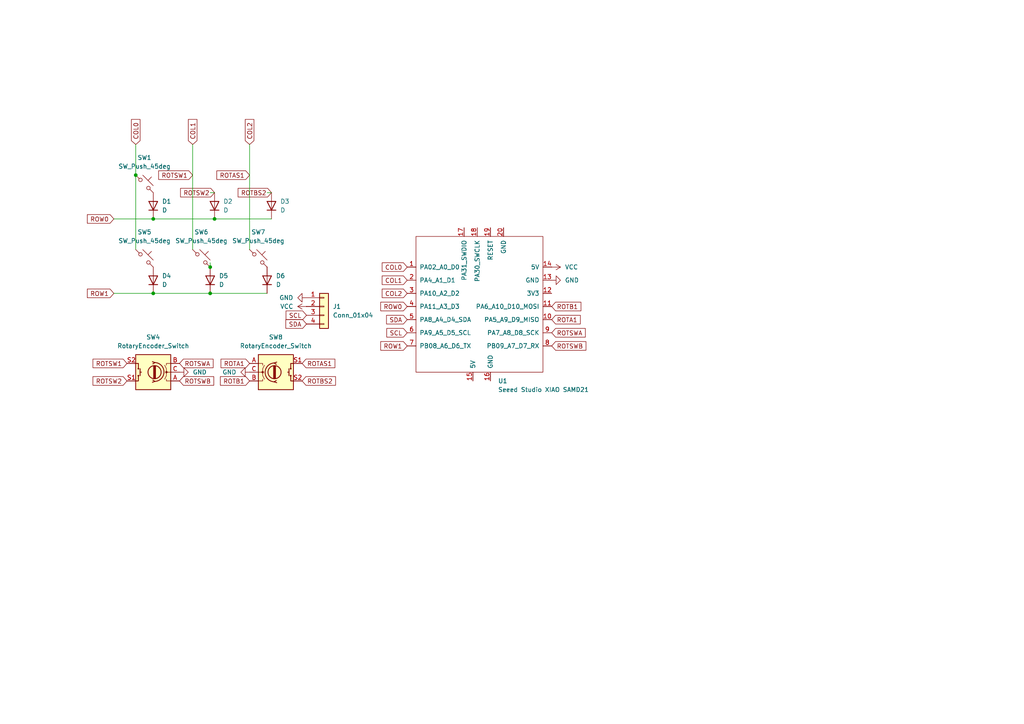
<source format=kicad_sch>
(kicad_sch (version 20231120) (generator "eeschema") (generator_version "8.0")
  (paper "A4")
  (lib_symbols
    (symbol "Connector_Generic:Conn_01x04" (pin_names (offset 1.016) hide)
      (property "Reference" "J" (at 0 5.08 0))
      (property "Value" "Conn_01x04" (at 0 -7.62 0))
      (symbol "Conn_01x04_1_1"
        (rectangle (start -1.27 -4.953) (end 0 -5.207) (stroke (width 0.1524)))
        (rectangle (start -1.27 -2.413) (end 0 -2.667) (stroke (width 0.1524)))
        (rectangle (start -1.27 0.127) (end 0 -0.127) (stroke (width 0.1524)))
        (rectangle (start -1.27 2.667) (end 0 2.413) (stroke (width 0.1524)))
        (rectangle (start -1.27 3.81) (end 1.27 -6.35) (stroke (width 0.254)) (fill (type background)))
        (pin passive line (at -5.08 2.54 0) (length 3.81) (name "Pin_1") (number "1"))
        (pin passive line (at -5.08 0 0) (length 3.81) (name "Pin_2") (number "2"))
        (pin passive line (at -5.08 -2.54 0) (length 3.81) (name "Pin_3") (number "3"))
        (pin passive line (at -5.08 -5.08 0) (length 3.81) (name "Pin_4") (number "4"))
      )
    )
    (symbol "Device:D" (pin_numbers hide) (pin_names (offset 1.016) hide)
      (property "Reference" "D" (at 0 2.54 0))
      (property "Value" "D" (at 0 -2.54 0))
      (symbol "D_0_1"
        (polyline (pts (xy -1.27 1.27) (xy -1.27 -1.27)) (stroke (width 0.254)))
        (polyline (pts (xy 1.27 0) (xy -1.27 0)))
        (polyline (pts (xy 1.27 1.27) (xy 1.27 -1.27) (xy -1.27 0) (xy 1.27 1.27)) (stroke (width 0.254)))
      )
      (symbol "D_1_1"
        (pin passive line (at -3.81 0 0) (length 2.54) (name "K") (number "1"))
        (pin passive line (at 3.81 0 180) (length 2.54) (name "A") (number "2"))
      )
    )
    (symbol "Device:RotaryEncoder_Switch" (pin_names (offset 0.254) hide)
      (property "Reference" "SW" (at 0 6.604 0))
      (property "Value" "RotaryEncoder_Switch" (at 0 -6.604 0))
      (symbol "RotaryEncoder_Switch_0_1"
        (rectangle (start -5.08 5.08) (end 5.08 -5.08) (stroke (width 0.254)) (fill (type background)))
        (circle (center -3.81 0) (radius 0.254) (fill (type outline)))
        (circle (center -0.381 0) (radius 1.905) (stroke (width 0.254)))
        (arc (start -0.381 2.667) (mid -3.0988 -0.0635) (end -0.381 -2.794) (stroke (width 0.254)))
        (polyline (pts (xy -0.635 -1.778) (xy -0.635 1.778)) (stroke (width 0.254)))
        (polyline (pts (xy -0.381 -1.778) (xy -0.381 1.778)) (stroke (width 0.254)))
        (polyline (pts (xy -0.127 1.778) (xy -0.127 -1.778)) (stroke (width 0.254)))
        (polyline (pts (xy 3.81 0) (xy 3.429 0)) (stroke (width 0.254)))
        (polyline (pts (xy 3.81 1.016) (xy 3.81 -1.016)) (stroke (width 0.254)))
        (polyline (pts (xy -5.08 -2.54) (xy -3.81 -2.54) (xy -3.81 -2.032)))
        (polyline (pts (xy -5.08 2.54) (xy -3.81 2.54) (xy -3.81 2.032)))
        (polyline (pts (xy 0.254 -3.048) (xy -0.508 -2.794) (xy 0.127 -2.413)) (stroke (width 0.254)))
        (polyline (pts (xy 0.254 2.921) (xy -0.508 2.667) (xy 0.127 2.286)) (stroke (width 0.254)))
        (polyline (pts (xy 5.08 -2.54) (xy 4.318 -2.54) (xy 4.318 -1.016)) (stroke (width 0.254)))
        (polyline (pts (xy 5.08 2.54) (xy 4.318 2.54) (xy 4.318 1.016)) (stroke (width 0.254)))
        (polyline (pts (xy -5.08 0) (xy -3.81 0) (xy -3.81 -1.016) (xy -3.302 -2.032)))
        (polyline (pts (xy -4.318 0) (xy -3.81 0) (xy -3.81 1.016) (xy -3.302 2.032)))
        (circle (center 4.318 -1.016) (radius 0.127) (stroke (width 0.254)))
        (circle (center 4.318 1.016) (radius 0.127) (stroke (width 0.254)))
      )
      (symbol "RotaryEncoder_Switch_1_1"
        (pin passive line (at -7.62 2.54 0) (length 2.54) (name "A") (number "A"))
        (pin passive line (at -7.62 -2.54 0) (length 2.54) (name "B") (number "B"))
        (pin passive line (at -7.62 0 0) (length 2.54) (name "C") (number "C"))
        (pin passive line (at 7.62 2.54 180) (length 2.54) (name "S1") (number "S1"))
        (pin passive line (at 7.62 -2.54 180) (length 2.54) (name "S2") (number "S2"))
      )
    )
    (symbol "Switch:SW_Push_45deg" (pin_numbers hide) (pin_names (offset 1.016) hide)
      (property "Reference" "SW" (at 3.048 1.016 0))
      (property "Value" "SW_Push_45deg" (at 0 -3.81 0))
      (symbol "SW_Push_45deg_0_1"
        (circle (center -1.1684 1.1684) (radius 0.508))
        (polyline (pts (xy -0.508 2.54) (xy 2.54 -0.508)))
        (polyline (pts (xy 1.016 1.016) (xy 2.032 2.032)))
        (polyline (pts (xy -2.54 2.54) (xy -1.524 1.524) (xy -1.524 1.524)))
        (polyline (pts (xy 1.524 -1.524) (xy 2.54 -2.54) (xy 2.54 -2.54) (xy 2.54 -2.54)))
        (circle (center 1.143 -1.1938) (radius 0.508))
        (pin passive line (at -2.54 2.54 0) (length 0) (name "1") (number "1"))
        (pin passive line (at 2.54 -2.54 180) (length 0) (name "2") (number "2"))
      )
    )
    (symbol "SymLib:Seeed Studio XIAO SAMD21" (pin_names (offset 1.016))
      (property "Reference" "U" (at -19.05 22.86 0))
      (property "Value" "Seeed Studio XIAO SAMD21" (at -12.7 21.59 0))
      (symbol "Seeed Studio XIAO SAMD21_0_1"
        (rectangle (start -19.05 20.32) (end 17.78 -19.05))
      )
      (symbol "Seeed Studio XIAO SAMD21_1_1"
        (pin unspecified line (at -21.59 11.43 0) (length 2.54) (name "PA02_A0_D0") (number "1"))
        (pin unspecified line (at 20.32 -3.81 180) (length 2.54) (name "PA5_A9_D9_MISO") (number "10"))
        (pin unspecified line (at 20.32 0 180) (length 2.54) (name "PA6_A10_D10_MOSI") (number "11"))
        (pin unspecified line (at 20.32 3.81 180) (length 2.54) (name "3V3") (number "12"))
        (pin unspecified line (at 20.32 7.62 180) (length 2.54) (name "GND") (number "13"))
        (pin unspecified line (at 20.32 11.43 180) (length 2.54) (name "5V") (number "14"))
        (pin input line (at -2.54 -21.59 90) (length 2.54) (name "5V") (number "15"))
        (pin input line (at 2.54 -21.59 90) (length 2.54) (name "GND") (number "16"))
        (pin input line (at -5.08 22.86 270) (length 2.54) (name "PA31_SWDIO") (number "17"))
        (pin input line (at -1.27 22.86 270) (length 2.54) (name "PA30_SWCLK") (number "18"))
        (pin input line (at 2.54 22.86 270) (length 2.54) (name "RESET") (number "19"))
        (pin unspecified line (at -21.59 7.62 0) (length 2.54) (name "PA4_A1_D1") (number "2"))
        (pin input line (at 6.35 22.86 270) (length 2.54) (name "GND") (number "20"))
        (pin unspecified line (at -21.59 3.81 0) (length 2.54) (name "PA10_A2_D2") (number "3"))
        (pin unspecified line (at -21.59 0 0) (length 2.54) (name "PA11_A3_D3") (number "4"))
        (pin unspecified line (at -21.59 -3.81 0) (length 2.54) (name "PA8_A4_D4_SDA") (number "5"))
        (pin unspecified line (at -21.59 -7.62 0) (length 2.54) (name "PA9_A5_D5_SCL") (number "6"))
        (pin unspecified line (at -21.59 -11.43 0) (length 2.54) (name "PB08_A6_D6_TX") (number "7"))
        (pin unspecified line (at 20.32 -11.43 180) (length 2.54) (name "PB09_A7_D7_RX") (number "8"))
        (pin unspecified line (at 20.32 -7.62 180) (length 2.54) (name "PA7_A8_D8_SCK") (number "9"))
      )
    )
    (symbol "power:GND" (power) (pin_numbers hide) (pin_names (offset 0) hide)
      (property "Value" "GND" (at 0 -3.81 0))
      (symbol "GND_0_1"
        (polyline (pts (xy 0 0) (xy 0 -1.27) (xy 1.27 -1.27) (xy 0 -2.54) (xy -1.27 -1.27) (xy 0 -1.27)))
      )
      (symbol "GND_1_1"
        (pin power_in line (at 0 0 270) (length 0) (name "~") (number "1"))
      )
    )
    (symbol "power:VCC" (power) (pin_numbers hide) (pin_names (offset 0) hide)
      (property "Value" "VCC" (at 0 3.556 0))
      (symbol "VCC_0_1"
        (polyline (pts (xy -0.762 1.27) (xy 0 2.54)))
        (polyline (pts (xy 0 0) (xy 0 2.54)))
        (polyline (pts (xy 0 2.54) (xy 0.762 1.27)))
      )
      (symbol "VCC_1_1"
        (pin power_in line (at 0 0 90) (length 0) (name "~") (number "1"))
      )
    )
  )
  (junction (at 62.23 63.5))
  (junction (at 60.96 77.47))
  (junction (at 60.96 85.09))
  (junction (at 44.45 63.5))
  (junction (at 44.45 85.09))
  (junction (at 39.37 50.8))
  (wire (pts (xy 60.96 85.09) (xy 77.47 85.09)))
  (wire (pts (xy 72.39 41.91) (xy 72.39 72.39)))
  (wire (pts (xy 44.45 85.09) (xy 60.96 85.09)))
  (wire (pts (xy 62.23 63.5) (xy 78.74 63.5)))
  (wire (pts (xy 55.88 41.91) (xy 55.88 72.39)))
  (wire (pts (xy 39.37 41.91) (xy 39.37 50.8)))
  (wire (pts (xy 60.96 77.47) (xy 60.96 76.2)))
  (wire (pts (xy 78.74 55.88) (xy 77.47 55.88)))
  (wire (pts (xy 39.37 50.8) (xy 39.37 72.39)))
  (wire (pts (xy 44.45 63.5) (xy 62.23 63.5)))
  (wire (pts (xy 33.02 85.09) (xy 44.45 85.09)))
  (wire (pts (xy 33.02 63.5) (xy 44.45 63.5)))
  (wire (pts (xy 62.23 55.88) (xy 60.96 55.88)))
  (global_label "COL2" (shape input) (at 118.11 85.09 180) (property "Intersheetrefs" "${INTERSHEET_REFS}" (effects (hide yes))))
  (global_label "COL0" (shape input) (at 39.37 41.91 90) (property "Intersheetrefs" "${INTERSHEET_REFS}" (effects (hide yes))))
  (global_label "ROW1" (shape input) (at 118.11 100.33 180) (property "Intersheetrefs" "${INTERSHEET_REFS}" (effects (hide yes))))
  (global_label "ROW0" (shape input) (at 118.11 88.9 180) (property "Intersheetrefs" "${INTERSHEET_REFS}" (effects (hide yes))))
  (global_label "ROTSW1" (shape input) (at 36.83 105.41 180) (property "Intersheetrefs" "${INTERSHEET_REFS}" (effects (hide yes))))
  (global_label "ROTSWA" (shape input) (at 52.07 105.41 0) (property "Intersheetrefs" "${INTERSHEET_REFS}" (effects (hide yes))))
  (global_label "SDA" (shape input) (at 88.9 93.98 180) (property "Intersheetrefs" "${INTERSHEET_REFS}" (effects (hide yes))))
  (global_label "COL0" (shape input) (at 118.11 77.47 180) (property "Intersheetrefs" "${INTERSHEET_REFS}" (effects (hide yes))))
  (global_label "ROTA1" (shape input) (at 160.02 92.71 0) (property "Intersheetrefs" "${INTERSHEET_REFS}" (effects (hide yes))))
  (global_label "ROTSW2" (shape input) (at 36.83 110.49 180) (property "Intersheetrefs" "${INTERSHEET_REFS}" (effects (hide yes))))
  (global_label "ROTAS1" (shape input) (at 72.39 50.8 180) (property "Intersheetrefs" "${INTERSHEET_REFS}" (effects (hide yes))))
  (global_label "ROTSW2" (shape input) (at 62.23 55.88 180) (property "Intersheetrefs" "${INTERSHEET_REFS}" (effects (hide yes))))
  (global_label "COL1" (shape input) (at 55.88 41.91 90) (property "Intersheetrefs" "${INTERSHEET_REFS}" (effects (hide yes))))
  (global_label "ROTB1" (shape input) (at 72.39 110.49 180) (property "Intersheetrefs" "${INTERSHEET_REFS}" (effects (hide yes))))
  (global_label "SDA" (shape input) (at 118.11 92.71 180) (property "Intersheetrefs" "${INTERSHEET_REFS}" (effects (hide yes))))
  (global_label "COL2" (shape input) (at 72.39 41.91 90) (property "Intersheetrefs" "${INTERSHEET_REFS}" (effects (hide yes))))
  (global_label "ROTBS2" (shape input) (at 87.63 110.49 0) (property "Intersheetrefs" "${INTERSHEET_REFS}" (effects (hide yes))))
  (global_label "ROTB1" (shape input) (at 160.02 88.9 0) (property "Intersheetrefs" "${INTERSHEET_REFS}" (effects (hide yes))))
  (global_label "SCL" (shape input) (at 118.11 96.52 180) (property "Intersheetrefs" "${INTERSHEET_REFS}" (effects (hide yes))))
  (global_label "ROTA1" (shape input) (at 72.39 105.41 180) (property "Intersheetrefs" "${INTERSHEET_REFS}" (effects (hide yes))))
  (global_label "ROTSWB" (shape input) (at 52.07 110.49 0) (property "Intersheetrefs" "${INTERSHEET_REFS}" (effects (hide yes))))
  (global_label "ROTAS1" (shape input) (at 87.63 105.41 0) (property "Intersheetrefs" "${INTERSHEET_REFS}" (effects (hide yes))))
  (global_label "COL1" (shape input) (at 118.11 81.28 180) (property "Intersheetrefs" "${INTERSHEET_REFS}" (effects (hide yes))))
  (global_label "ROTSW1" (shape input) (at 55.88 50.8 180) (property "Intersheetrefs" "${INTERSHEET_REFS}" (effects (hide yes))))
  (global_label "ROW0" (shape input) (at 33.02 63.5 180) (property "Intersheetrefs" "${INTERSHEET_REFS}" (effects (hide yes))))
  (global_label "ROTSWB" (shape input) (at 160.02 100.33 0) (property "Intersheetrefs" "${INTERSHEET_REFS}" (effects (hide yes))))
  (global_label "SCL" (shape input) (at 88.9 91.44 180) (property "Intersheetrefs" "${INTERSHEET_REFS}" (effects (hide yes))))
  (global_label "ROW1" (shape input) (at 33.02 85.09 180) (property "Intersheetrefs" "${INTERSHEET_REFS}" (effects (hide yes))))
  (global_label "ROTBS2" (shape input) (at 78.74 55.88 180) (property "Intersheetrefs" "${INTERSHEET_REFS}" (effects (hide yes))))
  (global_label "ROTSWA" (shape input) (at 160.02 96.52 0) (property "Intersheetrefs" "${INTERSHEET_REFS}" (effects (hide yes))))
  (symbol (lib_id "Switch:SW_Push_45deg") (at 41.91 53.34 0) (unit 1)
    (property "Reference" "SW1" (at 41.91 45.72 0))
    (property "Value" "SW_Push_45deg" (at 41.91 48.26 0))
    (property "Footprint" "Library:SW_Cherry_MX_1.00u_PCB" (effects (hide yes)))
    (property "Description" "Push button switch, normally open, two pins, 45° tilted" (effects (hide yes)))
  )
  (symbol (lib_id "SymLib:Seeed Studio XIAO SAMD21") (at 139.7 88.9 0) (unit 1)
    (property "Reference" "U1" (at 144.4341 110.49 0) (effects (justify left)))
    (property "Value" "Seeed Studio XIAO SAMD21" (at 144.4341 113.03 0) (effects (justify left)))
    (property "Footprint" "Library:XIAO-Generic-Thruhole-14P-2.54-21X17.8MM" (effects (hide yes)))
  )
  (symbol (lib_id "power:GND") (at 52.07 107.95 90) (unit 1)
    (property "Reference" "#PWR02" (effects (hide yes)))
    (property "Value" "GND" (at 55.88 107.9499 90) (effects (justify right)))
    (property "Description" "Power symbol creates a global label with name \"GND\" , ground" (effects (hide yes)))
  )
  (symbol (lib_id "Connector_Generic:Conn_01x04") (at 93.98 88.9 0) (unit 1)
    (property "Reference" "J1" (at 96.52 88.8999 0) (effects (justify left)))
    (property "Value" "Conn_01x04" (at 96.52 91.4399 0) (effects (justify left)))
    (property "Footprint" "Library:SSD1306-0.91-OLED-4pin-128x32" (effects (hide yes)))
    (property "Description" "Generic connector, single row, 01x04, script generated (kicad-library-utils/schlib/autogen/connector/)" (effects (hide yes)))
  )
  (symbol (lib_id "Switch:SW_Push_45deg") (at 74.93 74.93 0) (unit 1)
    (property "Reference" "SW7" (at 74.93 67.31 0))
    (property "Value" "SW_Push_45deg" (at 74.93 69.85 0))
    (property "Footprint" "Library:SW_Cherry_MX_1.00u_PCB" (effects (hide yes)))
    (property "Description" "Push button switch, normally open, two pins, 45° tilted" (effects (hide yes)))
  )
  (symbol (lib_id "Device:D") (at 44.45 59.69 90) (unit 1)
    (property "Reference" "D1" (at 46.99 58.4199 90) (effects (justify right)))
    (property "Value" "D" (at 46.99 60.9599 90) (effects (justify right)))
    (property "Footprint" "Library:D_DO-35_SOD27_P7.62mm_Horizontal" (effects (hide yes)))
    (property "Description" "Diode" (effects (hide yes)))
    (property "Sim.Device" "D" (effects (hide yes)))
    (property "Sim.Pins" "1=K 2=A" (effects (hide yes)))
  )
  (symbol (lib_id "Device:D") (at 78.74 59.69 90) (unit 1)
    (property "Reference" "D3" (at 81.28 58.4199 90) (effects (justify right)))
    (property "Value" "D" (at 81.28 60.9599 90) (effects (justify right)))
    (property "Footprint" "Library:D_DO-35_SOD27_P7.62mm_Horizontal" (effects (hide yes)))
    (property "Description" "Diode" (effects (hide yes)))
    (property "Sim.Device" "D" (effects (hide yes)))
    (property "Sim.Pins" "1=K 2=A" (effects (hide yes)))
  )
  (symbol (lib_id "Device:D") (at 44.45 81.28 90) (unit 1)
    (property "Reference" "D4" (at 46.99 80.0099 90) (effects (justify right)))
    (property "Value" "D" (at 46.99 82.5499 90) (effects (justify right)))
    (property "Footprint" "Library:D_DO-35_SOD27_P7.62mm_Horizontal" (effects (hide yes)))
    (property "Description" "Diode" (effects (hide yes)))
    (property "Sim.Device" "D" (effects (hide yes)))
    (property "Sim.Pins" "1=K 2=A" (effects (hide yes)))
  )
  (symbol (lib_id "Switch:SW_Push_45deg") (at 58.42 74.93 0) (unit 1)
    (property "Reference" "SW6" (at 58.42 67.31 0))
    (property "Value" "SW_Push_45deg" (at 58.42 69.85 0))
    (property "Footprint" "Library:SW_Cherry_MX_1.00u_PCB" (effects (hide yes)))
    (property "Description" "Push button switch, normally open, two pins, 45° tilted" (effects (hide yes)))
  )
  (symbol (lib_id "power:VCC") (at 88.9 88.9 90) (unit 1)
    (property "Reference" "#PWR05" (effects (hide yes)))
    (property "Value" "VCC" (at 85.09 88.8999 90) (effects (justify left)))
    (property "Description" "Power symbol creates a global label with name \"VCC\"" (effects (hide yes)))
  )
  (symbol (lib_id "Device:RotaryEncoder_Switch") (at 44.45 107.95 180) (unit 1)
    (property "Reference" "SW4" (at 44.45 97.79 0))
    (property "Value" "RotaryEncoder_Switch" (at 44.45 100.33 0))
    (property "Footprint" "Library:RotaryEncoder_Alps_EC11E-Switch_Vertical_H20mm" (effects (hide yes)))
    (property "Description" "Rotary encoder, dual channel, incremental quadrate outputs, with switch" (effects (hide yes)))
  )
  (symbol (lib_id "Device:RotaryEncoder_Switch") (at 80.01 107.95 0) (unit 1)
    (property "Reference" "SW8" (at 80.01 97.79 0))
    (property "Value" "RotaryEncoder_Switch" (at 80.01 100.33 0))
    (property "Footprint" "Library:RotaryEncoder_Alps_EC11E-Switch_Vertical_H20mm" (effects (hide yes)))
    (property "Description" "Rotary encoder, dual channel, incremental quadrate outputs, with switch" (effects (hide yes)))
  )
  (symbol (lib_id "power:GND") (at 88.9 86.36 270) (unit 1)
    (property "Reference" "#PWR04" (effects (hide yes)))
    (property "Value" "GND" (at 85.09 86.3599 90) (effects (justify right)))
    (property "Description" "Power symbol creates a global label with name \"GND\" , ground" (effects (hide yes)))
  )
  (symbol (lib_id "power:GND") (at 160.02 81.28 90) (unit 1)
    (property "Reference" "#PWR03" (effects (hide yes)))
    (property "Value" "GND" (at 163.83 81.2799 90) (effects (justify right)))
    (property "Description" "Power symbol creates a global label with name \"GND\" , ground" (effects (hide yes)))
  )
  (symbol (lib_id "power:VCC") (at 160.02 77.47 270) (unit 1)
    (property "Reference" "#PWR06" (effects (hide yes)))
    (property "Value" "VCC" (at 163.83 77.4699 90) (effects (justify left)))
    (property "Description" "Power symbol creates a global label with name \"VCC\"" (effects (hide yes)))
  )
  (symbol (lib_id "Device:D") (at 77.47 81.28 90) (unit 1)
    (property "Reference" "D6" (at 80.01 80.0099 90) (effects (justify right)))
    (property "Value" "D" (at 80.01 82.5499 90) (effects (justify right)))
    (property "Footprint" "Library:D_DO-35_SOD27_P7.62mm_Horizontal" (effects (hide yes)))
    (property "Description" "Diode" (effects (hide yes)))
    (property "Sim.Device" "D" (effects (hide yes)))
    (property "Sim.Pins" "1=K 2=A" (effects (hide yes)))
  )
  (symbol (lib_id "Device:D") (at 62.23 59.69 90) (unit 1)
    (property "Reference" "D2" (at 64.77 58.4199 90) (effects (justify right)))
    (property "Value" "D" (at 64.77 60.9599 90) (effects (justify right)))
    (property "Footprint" "Library:D_DO-35_SOD27_P7.62mm_Horizontal" (effects (hide yes)))
    (property "Description" "Diode" (effects (hide yes)))
    (property "Sim.Device" "D" (effects (hide yes)))
    (property "Sim.Pins" "1=K 2=A" (effects (hide yes)))
  )
  (symbol (lib_id "power:GND") (at 72.39 107.95 270) (unit 1)
    (property "Reference" "#PWR01" (effects (hide yes)))
    (property "Value" "GND" (at 68.58 107.9499 90) (effects (justify right)))
    (property "Description" "Power symbol creates a global label with name \"GND\" , ground" (effects (hide yes)))
  )
  (symbol (lib_id "Switch:SW_Push_45deg") (at 41.91 74.93 0) (unit 1)
    (property "Reference" "SW5" (at 41.91 67.31 0))
    (property "Value" "SW_Push_45deg" (at 41.91 69.85 0))
    (property "Footprint" "Library:SW_Cherry_MX_1.00u_PCB" (effects (hide yes)))
    (property "Description" "Push button switch, normally open, two pins, 45° tilted" (effects (hide yes)))
  )
  (symbol (lib_id "Device:D") (at 60.96 81.28 90) (unit 1)
    (property "Reference" "D5" (at 63.5 80.0099 90) (effects (justify right)))
    (property "Value" "D" (at 63.5 82.5499 90) (effects (justify right)))
    (property "Footprint" "Library:D_DO-35_SOD27_P7.62mm_Horizontal" (effects (hide yes)))
    (property "Description" "Diode" (effects (hide yes)))
    (property "Sim.Device" "D" (effects (hide yes)))
    (property "Sim.Pins" "1=K 2=A" (effects (hide yes)))
  )
)
</source>
